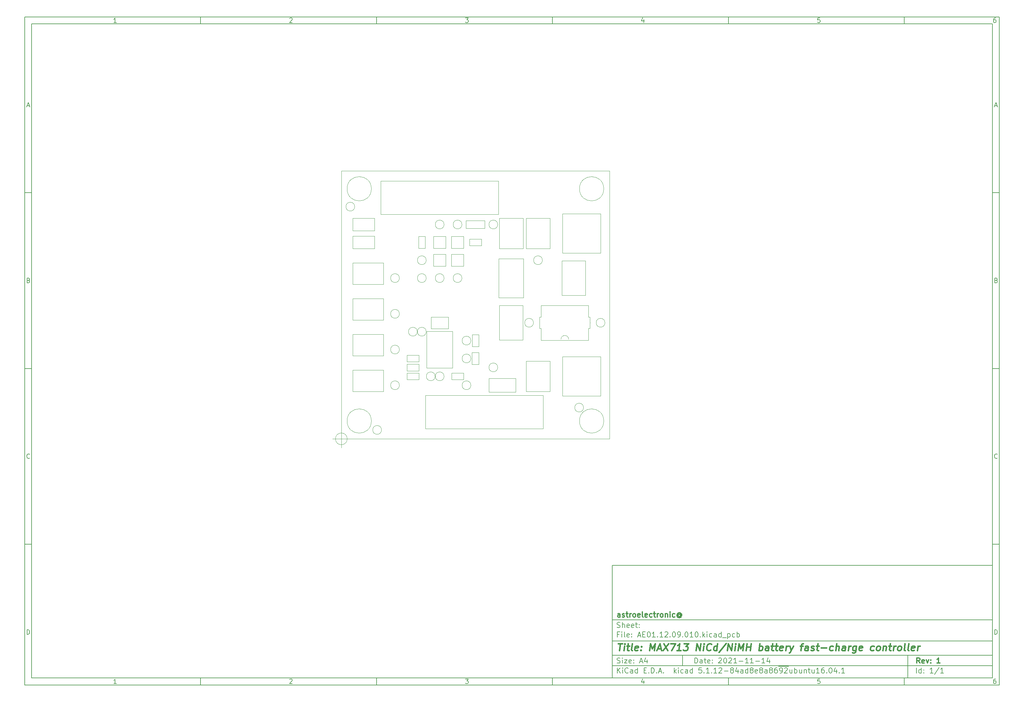
<source format=gbr>
%TF.GenerationSoftware,KiCad,Pcbnew,5.1.12-84ad8e8a86~92~ubuntu16.04.1*%
%TF.CreationDate,2021-11-14T14:14:53+01:00*%
%TF.ProjectId,AE01.12.09.010,41453031-2e31-4322-9e30-392e3031302e,1*%
%TF.SameCoordinates,Original*%
%TF.FileFunction,Other,User*%
%FSLAX46Y46*%
G04 Gerber Fmt 4.6, Leading zero omitted, Abs format (unit mm)*
G04 Created by KiCad (PCBNEW 5.1.12-84ad8e8a86~92~ubuntu16.04.1) date 2021-11-14 14:14:53*
%MOMM*%
%LPD*%
G01*
G04 APERTURE LIST*
%ADD10C,0.100000*%
%ADD11C,0.150000*%
%ADD12C,0.300000*%
%ADD13C,0.400000*%
%TA.AperFunction,Profile*%
%ADD14C,0.050000*%
%TD*%
%ADD15C,0.050000*%
G04 APERTURE END LIST*
D10*
D11*
X177002200Y-166007200D02*
X177002200Y-198007200D01*
X285002200Y-198007200D01*
X285002200Y-166007200D01*
X177002200Y-166007200D01*
D10*
D11*
X10000000Y-10000000D02*
X10000000Y-200007200D01*
X287002200Y-200007200D01*
X287002200Y-10000000D01*
X10000000Y-10000000D01*
D10*
D11*
X12000000Y-12000000D02*
X12000000Y-198007200D01*
X285002200Y-198007200D01*
X285002200Y-12000000D01*
X12000000Y-12000000D01*
D10*
D11*
X60000000Y-12000000D02*
X60000000Y-10000000D01*
D10*
D11*
X110000000Y-12000000D02*
X110000000Y-10000000D01*
D10*
D11*
X160000000Y-12000000D02*
X160000000Y-10000000D01*
D10*
D11*
X210000000Y-12000000D02*
X210000000Y-10000000D01*
D10*
D11*
X260000000Y-12000000D02*
X260000000Y-10000000D01*
D10*
D11*
X36065476Y-11588095D02*
X35322619Y-11588095D01*
X35694047Y-11588095D02*
X35694047Y-10288095D01*
X35570238Y-10473809D01*
X35446428Y-10597619D01*
X35322619Y-10659523D01*
D10*
D11*
X85322619Y-10411904D02*
X85384523Y-10350000D01*
X85508333Y-10288095D01*
X85817857Y-10288095D01*
X85941666Y-10350000D01*
X86003571Y-10411904D01*
X86065476Y-10535714D01*
X86065476Y-10659523D01*
X86003571Y-10845238D01*
X85260714Y-11588095D01*
X86065476Y-11588095D01*
D10*
D11*
X135260714Y-10288095D02*
X136065476Y-10288095D01*
X135632142Y-10783333D01*
X135817857Y-10783333D01*
X135941666Y-10845238D01*
X136003571Y-10907142D01*
X136065476Y-11030952D01*
X136065476Y-11340476D01*
X136003571Y-11464285D01*
X135941666Y-11526190D01*
X135817857Y-11588095D01*
X135446428Y-11588095D01*
X135322619Y-11526190D01*
X135260714Y-11464285D01*
D10*
D11*
X185941666Y-10721428D02*
X185941666Y-11588095D01*
X185632142Y-10226190D02*
X185322619Y-11154761D01*
X186127380Y-11154761D01*
D10*
D11*
X236003571Y-10288095D02*
X235384523Y-10288095D01*
X235322619Y-10907142D01*
X235384523Y-10845238D01*
X235508333Y-10783333D01*
X235817857Y-10783333D01*
X235941666Y-10845238D01*
X236003571Y-10907142D01*
X236065476Y-11030952D01*
X236065476Y-11340476D01*
X236003571Y-11464285D01*
X235941666Y-11526190D01*
X235817857Y-11588095D01*
X235508333Y-11588095D01*
X235384523Y-11526190D01*
X235322619Y-11464285D01*
D10*
D11*
X285941666Y-10288095D02*
X285694047Y-10288095D01*
X285570238Y-10350000D01*
X285508333Y-10411904D01*
X285384523Y-10597619D01*
X285322619Y-10845238D01*
X285322619Y-11340476D01*
X285384523Y-11464285D01*
X285446428Y-11526190D01*
X285570238Y-11588095D01*
X285817857Y-11588095D01*
X285941666Y-11526190D01*
X286003571Y-11464285D01*
X286065476Y-11340476D01*
X286065476Y-11030952D01*
X286003571Y-10907142D01*
X285941666Y-10845238D01*
X285817857Y-10783333D01*
X285570238Y-10783333D01*
X285446428Y-10845238D01*
X285384523Y-10907142D01*
X285322619Y-11030952D01*
D10*
D11*
X60000000Y-198007200D02*
X60000000Y-200007200D01*
D10*
D11*
X110000000Y-198007200D02*
X110000000Y-200007200D01*
D10*
D11*
X160000000Y-198007200D02*
X160000000Y-200007200D01*
D10*
D11*
X210000000Y-198007200D02*
X210000000Y-200007200D01*
D10*
D11*
X260000000Y-198007200D02*
X260000000Y-200007200D01*
D10*
D11*
X36065476Y-199595295D02*
X35322619Y-199595295D01*
X35694047Y-199595295D02*
X35694047Y-198295295D01*
X35570238Y-198481009D01*
X35446428Y-198604819D01*
X35322619Y-198666723D01*
D10*
D11*
X85322619Y-198419104D02*
X85384523Y-198357200D01*
X85508333Y-198295295D01*
X85817857Y-198295295D01*
X85941666Y-198357200D01*
X86003571Y-198419104D01*
X86065476Y-198542914D01*
X86065476Y-198666723D01*
X86003571Y-198852438D01*
X85260714Y-199595295D01*
X86065476Y-199595295D01*
D10*
D11*
X135260714Y-198295295D02*
X136065476Y-198295295D01*
X135632142Y-198790533D01*
X135817857Y-198790533D01*
X135941666Y-198852438D01*
X136003571Y-198914342D01*
X136065476Y-199038152D01*
X136065476Y-199347676D01*
X136003571Y-199471485D01*
X135941666Y-199533390D01*
X135817857Y-199595295D01*
X135446428Y-199595295D01*
X135322619Y-199533390D01*
X135260714Y-199471485D01*
D10*
D11*
X185941666Y-198728628D02*
X185941666Y-199595295D01*
X185632142Y-198233390D02*
X185322619Y-199161961D01*
X186127380Y-199161961D01*
D10*
D11*
X236003571Y-198295295D02*
X235384523Y-198295295D01*
X235322619Y-198914342D01*
X235384523Y-198852438D01*
X235508333Y-198790533D01*
X235817857Y-198790533D01*
X235941666Y-198852438D01*
X236003571Y-198914342D01*
X236065476Y-199038152D01*
X236065476Y-199347676D01*
X236003571Y-199471485D01*
X235941666Y-199533390D01*
X235817857Y-199595295D01*
X235508333Y-199595295D01*
X235384523Y-199533390D01*
X235322619Y-199471485D01*
D10*
D11*
X285941666Y-198295295D02*
X285694047Y-198295295D01*
X285570238Y-198357200D01*
X285508333Y-198419104D01*
X285384523Y-198604819D01*
X285322619Y-198852438D01*
X285322619Y-199347676D01*
X285384523Y-199471485D01*
X285446428Y-199533390D01*
X285570238Y-199595295D01*
X285817857Y-199595295D01*
X285941666Y-199533390D01*
X286003571Y-199471485D01*
X286065476Y-199347676D01*
X286065476Y-199038152D01*
X286003571Y-198914342D01*
X285941666Y-198852438D01*
X285817857Y-198790533D01*
X285570238Y-198790533D01*
X285446428Y-198852438D01*
X285384523Y-198914342D01*
X285322619Y-199038152D01*
D10*
D11*
X10000000Y-60000000D02*
X12000000Y-60000000D01*
D10*
D11*
X10000000Y-110000000D02*
X12000000Y-110000000D01*
D10*
D11*
X10000000Y-160000000D02*
X12000000Y-160000000D01*
D10*
D11*
X10690476Y-35216666D02*
X11309523Y-35216666D01*
X10566666Y-35588095D02*
X11000000Y-34288095D01*
X11433333Y-35588095D01*
D10*
D11*
X11092857Y-84907142D02*
X11278571Y-84969047D01*
X11340476Y-85030952D01*
X11402380Y-85154761D01*
X11402380Y-85340476D01*
X11340476Y-85464285D01*
X11278571Y-85526190D01*
X11154761Y-85588095D01*
X10659523Y-85588095D01*
X10659523Y-84288095D01*
X11092857Y-84288095D01*
X11216666Y-84350000D01*
X11278571Y-84411904D01*
X11340476Y-84535714D01*
X11340476Y-84659523D01*
X11278571Y-84783333D01*
X11216666Y-84845238D01*
X11092857Y-84907142D01*
X10659523Y-84907142D01*
D10*
D11*
X11402380Y-135464285D02*
X11340476Y-135526190D01*
X11154761Y-135588095D01*
X11030952Y-135588095D01*
X10845238Y-135526190D01*
X10721428Y-135402380D01*
X10659523Y-135278571D01*
X10597619Y-135030952D01*
X10597619Y-134845238D01*
X10659523Y-134597619D01*
X10721428Y-134473809D01*
X10845238Y-134350000D01*
X11030952Y-134288095D01*
X11154761Y-134288095D01*
X11340476Y-134350000D01*
X11402380Y-134411904D01*
D10*
D11*
X10659523Y-185588095D02*
X10659523Y-184288095D01*
X10969047Y-184288095D01*
X11154761Y-184350000D01*
X11278571Y-184473809D01*
X11340476Y-184597619D01*
X11402380Y-184845238D01*
X11402380Y-185030952D01*
X11340476Y-185278571D01*
X11278571Y-185402380D01*
X11154761Y-185526190D01*
X10969047Y-185588095D01*
X10659523Y-185588095D01*
D10*
D11*
X287002200Y-60000000D02*
X285002200Y-60000000D01*
D10*
D11*
X287002200Y-110000000D02*
X285002200Y-110000000D01*
D10*
D11*
X287002200Y-160000000D02*
X285002200Y-160000000D01*
D10*
D11*
X285692676Y-35216666D02*
X286311723Y-35216666D01*
X285568866Y-35588095D02*
X286002200Y-34288095D01*
X286435533Y-35588095D01*
D10*
D11*
X286095057Y-84907142D02*
X286280771Y-84969047D01*
X286342676Y-85030952D01*
X286404580Y-85154761D01*
X286404580Y-85340476D01*
X286342676Y-85464285D01*
X286280771Y-85526190D01*
X286156961Y-85588095D01*
X285661723Y-85588095D01*
X285661723Y-84288095D01*
X286095057Y-84288095D01*
X286218866Y-84350000D01*
X286280771Y-84411904D01*
X286342676Y-84535714D01*
X286342676Y-84659523D01*
X286280771Y-84783333D01*
X286218866Y-84845238D01*
X286095057Y-84907142D01*
X285661723Y-84907142D01*
D10*
D11*
X286404580Y-135464285D02*
X286342676Y-135526190D01*
X286156961Y-135588095D01*
X286033152Y-135588095D01*
X285847438Y-135526190D01*
X285723628Y-135402380D01*
X285661723Y-135278571D01*
X285599819Y-135030952D01*
X285599819Y-134845238D01*
X285661723Y-134597619D01*
X285723628Y-134473809D01*
X285847438Y-134350000D01*
X286033152Y-134288095D01*
X286156961Y-134288095D01*
X286342676Y-134350000D01*
X286404580Y-134411904D01*
D10*
D11*
X285661723Y-185588095D02*
X285661723Y-184288095D01*
X285971247Y-184288095D01*
X286156961Y-184350000D01*
X286280771Y-184473809D01*
X286342676Y-184597619D01*
X286404580Y-184845238D01*
X286404580Y-185030952D01*
X286342676Y-185278571D01*
X286280771Y-185402380D01*
X286156961Y-185526190D01*
X285971247Y-185588095D01*
X285661723Y-185588095D01*
D10*
D11*
X200434342Y-193785771D02*
X200434342Y-192285771D01*
X200791485Y-192285771D01*
X201005771Y-192357200D01*
X201148628Y-192500057D01*
X201220057Y-192642914D01*
X201291485Y-192928628D01*
X201291485Y-193142914D01*
X201220057Y-193428628D01*
X201148628Y-193571485D01*
X201005771Y-193714342D01*
X200791485Y-193785771D01*
X200434342Y-193785771D01*
X202577200Y-193785771D02*
X202577200Y-193000057D01*
X202505771Y-192857200D01*
X202362914Y-192785771D01*
X202077200Y-192785771D01*
X201934342Y-192857200D01*
X202577200Y-193714342D02*
X202434342Y-193785771D01*
X202077200Y-193785771D01*
X201934342Y-193714342D01*
X201862914Y-193571485D01*
X201862914Y-193428628D01*
X201934342Y-193285771D01*
X202077200Y-193214342D01*
X202434342Y-193214342D01*
X202577200Y-193142914D01*
X203077200Y-192785771D02*
X203648628Y-192785771D01*
X203291485Y-192285771D02*
X203291485Y-193571485D01*
X203362914Y-193714342D01*
X203505771Y-193785771D01*
X203648628Y-193785771D01*
X204720057Y-193714342D02*
X204577200Y-193785771D01*
X204291485Y-193785771D01*
X204148628Y-193714342D01*
X204077200Y-193571485D01*
X204077200Y-193000057D01*
X204148628Y-192857200D01*
X204291485Y-192785771D01*
X204577200Y-192785771D01*
X204720057Y-192857200D01*
X204791485Y-193000057D01*
X204791485Y-193142914D01*
X204077200Y-193285771D01*
X205434342Y-193642914D02*
X205505771Y-193714342D01*
X205434342Y-193785771D01*
X205362914Y-193714342D01*
X205434342Y-193642914D01*
X205434342Y-193785771D01*
X205434342Y-192857200D02*
X205505771Y-192928628D01*
X205434342Y-193000057D01*
X205362914Y-192928628D01*
X205434342Y-192857200D01*
X205434342Y-193000057D01*
X207220057Y-192428628D02*
X207291485Y-192357200D01*
X207434342Y-192285771D01*
X207791485Y-192285771D01*
X207934342Y-192357200D01*
X208005771Y-192428628D01*
X208077200Y-192571485D01*
X208077200Y-192714342D01*
X208005771Y-192928628D01*
X207148628Y-193785771D01*
X208077200Y-193785771D01*
X209005771Y-192285771D02*
X209148628Y-192285771D01*
X209291485Y-192357200D01*
X209362914Y-192428628D01*
X209434342Y-192571485D01*
X209505771Y-192857200D01*
X209505771Y-193214342D01*
X209434342Y-193500057D01*
X209362914Y-193642914D01*
X209291485Y-193714342D01*
X209148628Y-193785771D01*
X209005771Y-193785771D01*
X208862914Y-193714342D01*
X208791485Y-193642914D01*
X208720057Y-193500057D01*
X208648628Y-193214342D01*
X208648628Y-192857200D01*
X208720057Y-192571485D01*
X208791485Y-192428628D01*
X208862914Y-192357200D01*
X209005771Y-192285771D01*
X210077200Y-192428628D02*
X210148628Y-192357200D01*
X210291485Y-192285771D01*
X210648628Y-192285771D01*
X210791485Y-192357200D01*
X210862914Y-192428628D01*
X210934342Y-192571485D01*
X210934342Y-192714342D01*
X210862914Y-192928628D01*
X210005771Y-193785771D01*
X210934342Y-193785771D01*
X212362914Y-193785771D02*
X211505771Y-193785771D01*
X211934342Y-193785771D02*
X211934342Y-192285771D01*
X211791485Y-192500057D01*
X211648628Y-192642914D01*
X211505771Y-192714342D01*
X213005771Y-193214342D02*
X214148628Y-193214342D01*
X215648628Y-193785771D02*
X214791485Y-193785771D01*
X215220057Y-193785771D02*
X215220057Y-192285771D01*
X215077200Y-192500057D01*
X214934342Y-192642914D01*
X214791485Y-192714342D01*
X217077200Y-193785771D02*
X216220057Y-193785771D01*
X216648628Y-193785771D02*
X216648628Y-192285771D01*
X216505771Y-192500057D01*
X216362914Y-192642914D01*
X216220057Y-192714342D01*
X217720057Y-193214342D02*
X218862914Y-193214342D01*
X220362914Y-193785771D02*
X219505771Y-193785771D01*
X219934342Y-193785771D02*
X219934342Y-192285771D01*
X219791485Y-192500057D01*
X219648628Y-192642914D01*
X219505771Y-192714342D01*
X221648628Y-192785771D02*
X221648628Y-193785771D01*
X221291485Y-192214342D02*
X220934342Y-193285771D01*
X221862914Y-193285771D01*
D10*
D11*
X177002200Y-194507200D02*
X285002200Y-194507200D01*
D10*
D11*
X178434342Y-196585771D02*
X178434342Y-195085771D01*
X179291485Y-196585771D02*
X178648628Y-195728628D01*
X179291485Y-195085771D02*
X178434342Y-195942914D01*
X179934342Y-196585771D02*
X179934342Y-195585771D01*
X179934342Y-195085771D02*
X179862914Y-195157200D01*
X179934342Y-195228628D01*
X180005771Y-195157200D01*
X179934342Y-195085771D01*
X179934342Y-195228628D01*
X181505771Y-196442914D02*
X181434342Y-196514342D01*
X181220057Y-196585771D01*
X181077200Y-196585771D01*
X180862914Y-196514342D01*
X180720057Y-196371485D01*
X180648628Y-196228628D01*
X180577200Y-195942914D01*
X180577200Y-195728628D01*
X180648628Y-195442914D01*
X180720057Y-195300057D01*
X180862914Y-195157200D01*
X181077200Y-195085771D01*
X181220057Y-195085771D01*
X181434342Y-195157200D01*
X181505771Y-195228628D01*
X182791485Y-196585771D02*
X182791485Y-195800057D01*
X182720057Y-195657200D01*
X182577200Y-195585771D01*
X182291485Y-195585771D01*
X182148628Y-195657200D01*
X182791485Y-196514342D02*
X182648628Y-196585771D01*
X182291485Y-196585771D01*
X182148628Y-196514342D01*
X182077200Y-196371485D01*
X182077200Y-196228628D01*
X182148628Y-196085771D01*
X182291485Y-196014342D01*
X182648628Y-196014342D01*
X182791485Y-195942914D01*
X184148628Y-196585771D02*
X184148628Y-195085771D01*
X184148628Y-196514342D02*
X184005771Y-196585771D01*
X183720057Y-196585771D01*
X183577200Y-196514342D01*
X183505771Y-196442914D01*
X183434342Y-196300057D01*
X183434342Y-195871485D01*
X183505771Y-195728628D01*
X183577200Y-195657200D01*
X183720057Y-195585771D01*
X184005771Y-195585771D01*
X184148628Y-195657200D01*
X186005771Y-195800057D02*
X186505771Y-195800057D01*
X186720057Y-196585771D02*
X186005771Y-196585771D01*
X186005771Y-195085771D01*
X186720057Y-195085771D01*
X187362914Y-196442914D02*
X187434342Y-196514342D01*
X187362914Y-196585771D01*
X187291485Y-196514342D01*
X187362914Y-196442914D01*
X187362914Y-196585771D01*
X188077200Y-196585771D02*
X188077200Y-195085771D01*
X188434342Y-195085771D01*
X188648628Y-195157200D01*
X188791485Y-195300057D01*
X188862914Y-195442914D01*
X188934342Y-195728628D01*
X188934342Y-195942914D01*
X188862914Y-196228628D01*
X188791485Y-196371485D01*
X188648628Y-196514342D01*
X188434342Y-196585771D01*
X188077200Y-196585771D01*
X189577200Y-196442914D02*
X189648628Y-196514342D01*
X189577200Y-196585771D01*
X189505771Y-196514342D01*
X189577200Y-196442914D01*
X189577200Y-196585771D01*
X190220057Y-196157200D02*
X190934342Y-196157200D01*
X190077200Y-196585771D02*
X190577200Y-195085771D01*
X191077200Y-196585771D01*
X191577200Y-196442914D02*
X191648628Y-196514342D01*
X191577200Y-196585771D01*
X191505771Y-196514342D01*
X191577200Y-196442914D01*
X191577200Y-196585771D01*
X194577200Y-196585771D02*
X194577200Y-195085771D01*
X194720057Y-196014342D02*
X195148628Y-196585771D01*
X195148628Y-195585771D02*
X194577200Y-196157200D01*
X195791485Y-196585771D02*
X195791485Y-195585771D01*
X195791485Y-195085771D02*
X195720057Y-195157200D01*
X195791485Y-195228628D01*
X195862914Y-195157200D01*
X195791485Y-195085771D01*
X195791485Y-195228628D01*
X197148628Y-196514342D02*
X197005771Y-196585771D01*
X196720057Y-196585771D01*
X196577200Y-196514342D01*
X196505771Y-196442914D01*
X196434342Y-196300057D01*
X196434342Y-195871485D01*
X196505771Y-195728628D01*
X196577200Y-195657200D01*
X196720057Y-195585771D01*
X197005771Y-195585771D01*
X197148628Y-195657200D01*
X198434342Y-196585771D02*
X198434342Y-195800057D01*
X198362914Y-195657200D01*
X198220057Y-195585771D01*
X197934342Y-195585771D01*
X197791485Y-195657200D01*
X198434342Y-196514342D02*
X198291485Y-196585771D01*
X197934342Y-196585771D01*
X197791485Y-196514342D01*
X197720057Y-196371485D01*
X197720057Y-196228628D01*
X197791485Y-196085771D01*
X197934342Y-196014342D01*
X198291485Y-196014342D01*
X198434342Y-195942914D01*
X199791485Y-196585771D02*
X199791485Y-195085771D01*
X199791485Y-196514342D02*
X199648628Y-196585771D01*
X199362914Y-196585771D01*
X199220057Y-196514342D01*
X199148628Y-196442914D01*
X199077200Y-196300057D01*
X199077200Y-195871485D01*
X199148628Y-195728628D01*
X199220057Y-195657200D01*
X199362914Y-195585771D01*
X199648628Y-195585771D01*
X199791485Y-195657200D01*
X202362914Y-195085771D02*
X201648628Y-195085771D01*
X201577200Y-195800057D01*
X201648628Y-195728628D01*
X201791485Y-195657200D01*
X202148628Y-195657200D01*
X202291485Y-195728628D01*
X202362914Y-195800057D01*
X202434342Y-195942914D01*
X202434342Y-196300057D01*
X202362914Y-196442914D01*
X202291485Y-196514342D01*
X202148628Y-196585771D01*
X201791485Y-196585771D01*
X201648628Y-196514342D01*
X201577200Y-196442914D01*
X203077200Y-196442914D02*
X203148628Y-196514342D01*
X203077200Y-196585771D01*
X203005771Y-196514342D01*
X203077200Y-196442914D01*
X203077200Y-196585771D01*
X204577200Y-196585771D02*
X203720057Y-196585771D01*
X204148628Y-196585771D02*
X204148628Y-195085771D01*
X204005771Y-195300057D01*
X203862914Y-195442914D01*
X203720057Y-195514342D01*
X205220057Y-196442914D02*
X205291485Y-196514342D01*
X205220057Y-196585771D01*
X205148628Y-196514342D01*
X205220057Y-196442914D01*
X205220057Y-196585771D01*
X206720057Y-196585771D02*
X205862914Y-196585771D01*
X206291485Y-196585771D02*
X206291485Y-195085771D01*
X206148628Y-195300057D01*
X206005771Y-195442914D01*
X205862914Y-195514342D01*
X207291485Y-195228628D02*
X207362914Y-195157200D01*
X207505771Y-195085771D01*
X207862914Y-195085771D01*
X208005771Y-195157200D01*
X208077200Y-195228628D01*
X208148628Y-195371485D01*
X208148628Y-195514342D01*
X208077200Y-195728628D01*
X207220057Y-196585771D01*
X208148628Y-196585771D01*
X208791485Y-196014342D02*
X209934342Y-196014342D01*
X210862914Y-195728628D02*
X210720057Y-195657200D01*
X210648628Y-195585771D01*
X210577200Y-195442914D01*
X210577200Y-195371485D01*
X210648628Y-195228628D01*
X210720057Y-195157200D01*
X210862914Y-195085771D01*
X211148628Y-195085771D01*
X211291485Y-195157200D01*
X211362914Y-195228628D01*
X211434342Y-195371485D01*
X211434342Y-195442914D01*
X211362914Y-195585771D01*
X211291485Y-195657200D01*
X211148628Y-195728628D01*
X210862914Y-195728628D01*
X210720057Y-195800057D01*
X210648628Y-195871485D01*
X210577200Y-196014342D01*
X210577200Y-196300057D01*
X210648628Y-196442914D01*
X210720057Y-196514342D01*
X210862914Y-196585771D01*
X211148628Y-196585771D01*
X211291485Y-196514342D01*
X211362914Y-196442914D01*
X211434342Y-196300057D01*
X211434342Y-196014342D01*
X211362914Y-195871485D01*
X211291485Y-195800057D01*
X211148628Y-195728628D01*
X212720057Y-195585771D02*
X212720057Y-196585771D01*
X212362914Y-195014342D02*
X212005771Y-196085771D01*
X212934342Y-196085771D01*
X214148628Y-196585771D02*
X214148628Y-195800057D01*
X214077200Y-195657200D01*
X213934342Y-195585771D01*
X213648628Y-195585771D01*
X213505771Y-195657200D01*
X214148628Y-196514342D02*
X214005771Y-196585771D01*
X213648628Y-196585771D01*
X213505771Y-196514342D01*
X213434342Y-196371485D01*
X213434342Y-196228628D01*
X213505771Y-196085771D01*
X213648628Y-196014342D01*
X214005771Y-196014342D01*
X214148628Y-195942914D01*
X215505771Y-196585771D02*
X215505771Y-195085771D01*
X215505771Y-196514342D02*
X215362914Y-196585771D01*
X215077200Y-196585771D01*
X214934342Y-196514342D01*
X214862914Y-196442914D01*
X214791485Y-196300057D01*
X214791485Y-195871485D01*
X214862914Y-195728628D01*
X214934342Y-195657200D01*
X215077200Y-195585771D01*
X215362914Y-195585771D01*
X215505771Y-195657200D01*
X216434342Y-195728628D02*
X216291485Y-195657200D01*
X216220057Y-195585771D01*
X216148628Y-195442914D01*
X216148628Y-195371485D01*
X216220057Y-195228628D01*
X216291485Y-195157200D01*
X216434342Y-195085771D01*
X216720057Y-195085771D01*
X216862914Y-195157200D01*
X216934342Y-195228628D01*
X217005771Y-195371485D01*
X217005771Y-195442914D01*
X216934342Y-195585771D01*
X216862914Y-195657200D01*
X216720057Y-195728628D01*
X216434342Y-195728628D01*
X216291485Y-195800057D01*
X216220057Y-195871485D01*
X216148628Y-196014342D01*
X216148628Y-196300057D01*
X216220057Y-196442914D01*
X216291485Y-196514342D01*
X216434342Y-196585771D01*
X216720057Y-196585771D01*
X216862914Y-196514342D01*
X216934342Y-196442914D01*
X217005771Y-196300057D01*
X217005771Y-196014342D01*
X216934342Y-195871485D01*
X216862914Y-195800057D01*
X216720057Y-195728628D01*
X218220057Y-196514342D02*
X218077200Y-196585771D01*
X217791485Y-196585771D01*
X217648628Y-196514342D01*
X217577200Y-196371485D01*
X217577200Y-195800057D01*
X217648628Y-195657200D01*
X217791485Y-195585771D01*
X218077200Y-195585771D01*
X218220057Y-195657200D01*
X218291485Y-195800057D01*
X218291485Y-195942914D01*
X217577200Y-196085771D01*
X219148628Y-195728628D02*
X219005771Y-195657200D01*
X218934342Y-195585771D01*
X218862914Y-195442914D01*
X218862914Y-195371485D01*
X218934342Y-195228628D01*
X219005771Y-195157200D01*
X219148628Y-195085771D01*
X219434342Y-195085771D01*
X219577200Y-195157200D01*
X219648628Y-195228628D01*
X219720057Y-195371485D01*
X219720057Y-195442914D01*
X219648628Y-195585771D01*
X219577200Y-195657200D01*
X219434342Y-195728628D01*
X219148628Y-195728628D01*
X219005771Y-195800057D01*
X218934342Y-195871485D01*
X218862914Y-196014342D01*
X218862914Y-196300057D01*
X218934342Y-196442914D01*
X219005771Y-196514342D01*
X219148628Y-196585771D01*
X219434342Y-196585771D01*
X219577200Y-196514342D01*
X219648628Y-196442914D01*
X219720057Y-196300057D01*
X219720057Y-196014342D01*
X219648628Y-195871485D01*
X219577200Y-195800057D01*
X219434342Y-195728628D01*
X221005771Y-196585771D02*
X221005771Y-195800057D01*
X220934342Y-195657200D01*
X220791485Y-195585771D01*
X220505771Y-195585771D01*
X220362914Y-195657200D01*
X221005771Y-196514342D02*
X220862914Y-196585771D01*
X220505771Y-196585771D01*
X220362914Y-196514342D01*
X220291485Y-196371485D01*
X220291485Y-196228628D01*
X220362914Y-196085771D01*
X220505771Y-196014342D01*
X220862914Y-196014342D01*
X221005771Y-195942914D01*
X221934342Y-195728628D02*
X221791485Y-195657200D01*
X221720057Y-195585771D01*
X221648628Y-195442914D01*
X221648628Y-195371485D01*
X221720057Y-195228628D01*
X221791485Y-195157200D01*
X221934342Y-195085771D01*
X222220057Y-195085771D01*
X222362914Y-195157200D01*
X222434342Y-195228628D01*
X222505771Y-195371485D01*
X222505771Y-195442914D01*
X222434342Y-195585771D01*
X222362914Y-195657200D01*
X222220057Y-195728628D01*
X221934342Y-195728628D01*
X221791485Y-195800057D01*
X221720057Y-195871485D01*
X221648628Y-196014342D01*
X221648628Y-196300057D01*
X221720057Y-196442914D01*
X221791485Y-196514342D01*
X221934342Y-196585771D01*
X222220057Y-196585771D01*
X222362914Y-196514342D01*
X222434342Y-196442914D01*
X222505771Y-196300057D01*
X222505771Y-196014342D01*
X222434342Y-195871485D01*
X222362914Y-195800057D01*
X222220057Y-195728628D01*
X223791485Y-195085771D02*
X223505771Y-195085771D01*
X223362914Y-195157200D01*
X223291485Y-195228628D01*
X223148628Y-195442914D01*
X223077200Y-195728628D01*
X223077200Y-196300057D01*
X223148628Y-196442914D01*
X223220057Y-196514342D01*
X223362914Y-196585771D01*
X223648628Y-196585771D01*
X223791485Y-196514342D01*
X223862914Y-196442914D01*
X223934342Y-196300057D01*
X223934342Y-195942914D01*
X223862914Y-195800057D01*
X223791485Y-195728628D01*
X223648628Y-195657200D01*
X223362914Y-195657200D01*
X223220057Y-195728628D01*
X223148628Y-195800057D01*
X223077200Y-195942914D01*
X224220057Y-194677200D02*
X225648628Y-194677200D01*
X224648628Y-196585771D02*
X224934342Y-196585771D01*
X225077200Y-196514342D01*
X225148628Y-196442914D01*
X225291485Y-196228628D01*
X225362914Y-195942914D01*
X225362914Y-195371485D01*
X225291485Y-195228628D01*
X225220057Y-195157200D01*
X225077200Y-195085771D01*
X224791485Y-195085771D01*
X224648628Y-195157200D01*
X224577200Y-195228628D01*
X224505771Y-195371485D01*
X224505771Y-195728628D01*
X224577200Y-195871485D01*
X224648628Y-195942914D01*
X224791485Y-196014342D01*
X225077200Y-196014342D01*
X225220057Y-195942914D01*
X225291485Y-195871485D01*
X225362914Y-195728628D01*
X225648628Y-194677200D02*
X227077199Y-194677200D01*
X225934342Y-195228628D02*
X226005771Y-195157200D01*
X226148628Y-195085771D01*
X226505771Y-195085771D01*
X226648628Y-195157200D01*
X226720057Y-195228628D01*
X226791485Y-195371485D01*
X226791485Y-195514342D01*
X226720057Y-195728628D01*
X225862914Y-196585771D01*
X226791485Y-196585771D01*
X228077199Y-195585771D02*
X228077199Y-196585771D01*
X227434342Y-195585771D02*
X227434342Y-196371485D01*
X227505771Y-196514342D01*
X227648628Y-196585771D01*
X227862914Y-196585771D01*
X228005771Y-196514342D01*
X228077199Y-196442914D01*
X228791485Y-196585771D02*
X228791485Y-195085771D01*
X228791485Y-195657200D02*
X228934342Y-195585771D01*
X229220057Y-195585771D01*
X229362914Y-195657200D01*
X229434342Y-195728628D01*
X229505771Y-195871485D01*
X229505771Y-196300057D01*
X229434342Y-196442914D01*
X229362914Y-196514342D01*
X229220057Y-196585771D01*
X228934342Y-196585771D01*
X228791485Y-196514342D01*
X230791485Y-195585771D02*
X230791485Y-196585771D01*
X230148628Y-195585771D02*
X230148628Y-196371485D01*
X230220057Y-196514342D01*
X230362914Y-196585771D01*
X230577199Y-196585771D01*
X230720057Y-196514342D01*
X230791485Y-196442914D01*
X231505771Y-195585771D02*
X231505771Y-196585771D01*
X231505771Y-195728628D02*
X231577199Y-195657200D01*
X231720057Y-195585771D01*
X231934342Y-195585771D01*
X232077199Y-195657200D01*
X232148628Y-195800057D01*
X232148628Y-196585771D01*
X232648628Y-195585771D02*
X233220057Y-195585771D01*
X232862914Y-195085771D02*
X232862914Y-196371485D01*
X232934342Y-196514342D01*
X233077200Y-196585771D01*
X233220057Y-196585771D01*
X234362914Y-195585771D02*
X234362914Y-196585771D01*
X233720057Y-195585771D02*
X233720057Y-196371485D01*
X233791485Y-196514342D01*
X233934342Y-196585771D01*
X234148628Y-196585771D01*
X234291485Y-196514342D01*
X234362914Y-196442914D01*
X235862914Y-196585771D02*
X235005771Y-196585771D01*
X235434342Y-196585771D02*
X235434342Y-195085771D01*
X235291485Y-195300057D01*
X235148628Y-195442914D01*
X235005771Y-195514342D01*
X237148628Y-195085771D02*
X236862914Y-195085771D01*
X236720057Y-195157200D01*
X236648628Y-195228628D01*
X236505771Y-195442914D01*
X236434342Y-195728628D01*
X236434342Y-196300057D01*
X236505771Y-196442914D01*
X236577199Y-196514342D01*
X236720057Y-196585771D01*
X237005771Y-196585771D01*
X237148628Y-196514342D01*
X237220057Y-196442914D01*
X237291485Y-196300057D01*
X237291485Y-195942914D01*
X237220057Y-195800057D01*
X237148628Y-195728628D01*
X237005771Y-195657200D01*
X236720057Y-195657200D01*
X236577199Y-195728628D01*
X236505771Y-195800057D01*
X236434342Y-195942914D01*
X237934342Y-196442914D02*
X238005771Y-196514342D01*
X237934342Y-196585771D01*
X237862914Y-196514342D01*
X237934342Y-196442914D01*
X237934342Y-196585771D01*
X238934342Y-195085771D02*
X239077199Y-195085771D01*
X239220057Y-195157200D01*
X239291485Y-195228628D01*
X239362914Y-195371485D01*
X239434342Y-195657200D01*
X239434342Y-196014342D01*
X239362914Y-196300057D01*
X239291485Y-196442914D01*
X239220057Y-196514342D01*
X239077199Y-196585771D01*
X238934342Y-196585771D01*
X238791485Y-196514342D01*
X238720057Y-196442914D01*
X238648628Y-196300057D01*
X238577199Y-196014342D01*
X238577199Y-195657200D01*
X238648628Y-195371485D01*
X238720057Y-195228628D01*
X238791485Y-195157200D01*
X238934342Y-195085771D01*
X240720057Y-195585771D02*
X240720057Y-196585771D01*
X240362914Y-195014342D02*
X240005771Y-196085771D01*
X240934342Y-196085771D01*
X241505771Y-196442914D02*
X241577199Y-196514342D01*
X241505771Y-196585771D01*
X241434342Y-196514342D01*
X241505771Y-196442914D01*
X241505771Y-196585771D01*
X243005771Y-196585771D02*
X242148628Y-196585771D01*
X242577199Y-196585771D02*
X242577199Y-195085771D01*
X242434342Y-195300057D01*
X242291485Y-195442914D01*
X242148628Y-195514342D01*
D10*
D11*
X177002200Y-191507200D02*
X285002200Y-191507200D01*
D10*
D12*
X264411485Y-193785771D02*
X263911485Y-193071485D01*
X263554342Y-193785771D02*
X263554342Y-192285771D01*
X264125771Y-192285771D01*
X264268628Y-192357200D01*
X264340057Y-192428628D01*
X264411485Y-192571485D01*
X264411485Y-192785771D01*
X264340057Y-192928628D01*
X264268628Y-193000057D01*
X264125771Y-193071485D01*
X263554342Y-193071485D01*
X265625771Y-193714342D02*
X265482914Y-193785771D01*
X265197200Y-193785771D01*
X265054342Y-193714342D01*
X264982914Y-193571485D01*
X264982914Y-193000057D01*
X265054342Y-192857200D01*
X265197200Y-192785771D01*
X265482914Y-192785771D01*
X265625771Y-192857200D01*
X265697200Y-193000057D01*
X265697200Y-193142914D01*
X264982914Y-193285771D01*
X266197200Y-192785771D02*
X266554342Y-193785771D01*
X266911485Y-192785771D01*
X267482914Y-193642914D02*
X267554342Y-193714342D01*
X267482914Y-193785771D01*
X267411485Y-193714342D01*
X267482914Y-193642914D01*
X267482914Y-193785771D01*
X267482914Y-192857200D02*
X267554342Y-192928628D01*
X267482914Y-193000057D01*
X267411485Y-192928628D01*
X267482914Y-192857200D01*
X267482914Y-193000057D01*
X270125771Y-193785771D02*
X269268628Y-193785771D01*
X269697200Y-193785771D02*
X269697200Y-192285771D01*
X269554342Y-192500057D01*
X269411485Y-192642914D01*
X269268628Y-192714342D01*
D10*
D11*
X178362914Y-193714342D02*
X178577200Y-193785771D01*
X178934342Y-193785771D01*
X179077200Y-193714342D01*
X179148628Y-193642914D01*
X179220057Y-193500057D01*
X179220057Y-193357200D01*
X179148628Y-193214342D01*
X179077200Y-193142914D01*
X178934342Y-193071485D01*
X178648628Y-193000057D01*
X178505771Y-192928628D01*
X178434342Y-192857200D01*
X178362914Y-192714342D01*
X178362914Y-192571485D01*
X178434342Y-192428628D01*
X178505771Y-192357200D01*
X178648628Y-192285771D01*
X179005771Y-192285771D01*
X179220057Y-192357200D01*
X179862914Y-193785771D02*
X179862914Y-192785771D01*
X179862914Y-192285771D02*
X179791485Y-192357200D01*
X179862914Y-192428628D01*
X179934342Y-192357200D01*
X179862914Y-192285771D01*
X179862914Y-192428628D01*
X180434342Y-192785771D02*
X181220057Y-192785771D01*
X180434342Y-193785771D01*
X181220057Y-193785771D01*
X182362914Y-193714342D02*
X182220057Y-193785771D01*
X181934342Y-193785771D01*
X181791485Y-193714342D01*
X181720057Y-193571485D01*
X181720057Y-193000057D01*
X181791485Y-192857200D01*
X181934342Y-192785771D01*
X182220057Y-192785771D01*
X182362914Y-192857200D01*
X182434342Y-193000057D01*
X182434342Y-193142914D01*
X181720057Y-193285771D01*
X183077200Y-193642914D02*
X183148628Y-193714342D01*
X183077200Y-193785771D01*
X183005771Y-193714342D01*
X183077200Y-193642914D01*
X183077200Y-193785771D01*
X183077200Y-192857200D02*
X183148628Y-192928628D01*
X183077200Y-193000057D01*
X183005771Y-192928628D01*
X183077200Y-192857200D01*
X183077200Y-193000057D01*
X184862914Y-193357200D02*
X185577200Y-193357200D01*
X184720057Y-193785771D02*
X185220057Y-192285771D01*
X185720057Y-193785771D01*
X186862914Y-192785771D02*
X186862914Y-193785771D01*
X186505771Y-192214342D02*
X186148628Y-193285771D01*
X187077200Y-193285771D01*
D10*
D11*
X263434342Y-196585771D02*
X263434342Y-195085771D01*
X264791485Y-196585771D02*
X264791485Y-195085771D01*
X264791485Y-196514342D02*
X264648628Y-196585771D01*
X264362914Y-196585771D01*
X264220057Y-196514342D01*
X264148628Y-196442914D01*
X264077200Y-196300057D01*
X264077200Y-195871485D01*
X264148628Y-195728628D01*
X264220057Y-195657200D01*
X264362914Y-195585771D01*
X264648628Y-195585771D01*
X264791485Y-195657200D01*
X265505771Y-196442914D02*
X265577200Y-196514342D01*
X265505771Y-196585771D01*
X265434342Y-196514342D01*
X265505771Y-196442914D01*
X265505771Y-196585771D01*
X265505771Y-195657200D02*
X265577200Y-195728628D01*
X265505771Y-195800057D01*
X265434342Y-195728628D01*
X265505771Y-195657200D01*
X265505771Y-195800057D01*
X268148628Y-196585771D02*
X267291485Y-196585771D01*
X267720057Y-196585771D02*
X267720057Y-195085771D01*
X267577200Y-195300057D01*
X267434342Y-195442914D01*
X267291485Y-195514342D01*
X269862914Y-195014342D02*
X268577200Y-196942914D01*
X271148628Y-196585771D02*
X270291485Y-196585771D01*
X270720057Y-196585771D02*
X270720057Y-195085771D01*
X270577200Y-195300057D01*
X270434342Y-195442914D01*
X270291485Y-195514342D01*
D10*
D11*
X177002200Y-187507200D02*
X285002200Y-187507200D01*
D10*
D13*
X178714580Y-188211961D02*
X179857438Y-188211961D01*
X179036009Y-190211961D02*
X179286009Y-188211961D01*
X180274104Y-190211961D02*
X180440771Y-188878628D01*
X180524104Y-188211961D02*
X180416961Y-188307200D01*
X180500295Y-188402438D01*
X180607438Y-188307200D01*
X180524104Y-188211961D01*
X180500295Y-188402438D01*
X181107438Y-188878628D02*
X181869342Y-188878628D01*
X181476485Y-188211961D02*
X181262200Y-189926247D01*
X181333628Y-190116723D01*
X181512200Y-190211961D01*
X181702676Y-190211961D01*
X182655057Y-190211961D02*
X182476485Y-190116723D01*
X182405057Y-189926247D01*
X182619342Y-188211961D01*
X184190771Y-190116723D02*
X183988390Y-190211961D01*
X183607438Y-190211961D01*
X183428866Y-190116723D01*
X183357438Y-189926247D01*
X183452676Y-189164342D01*
X183571723Y-188973866D01*
X183774104Y-188878628D01*
X184155057Y-188878628D01*
X184333628Y-188973866D01*
X184405057Y-189164342D01*
X184381247Y-189354819D01*
X183405057Y-189545295D01*
X185155057Y-190021485D02*
X185238390Y-190116723D01*
X185131247Y-190211961D01*
X185047914Y-190116723D01*
X185155057Y-190021485D01*
X185131247Y-190211961D01*
X185286009Y-188973866D02*
X185369342Y-189069104D01*
X185262200Y-189164342D01*
X185178866Y-189069104D01*
X185286009Y-188973866D01*
X185262200Y-189164342D01*
X187607438Y-190211961D02*
X187857438Y-188211961D01*
X188345533Y-189640533D01*
X189190771Y-188211961D01*
X188940771Y-190211961D01*
X189869342Y-189640533D02*
X190821723Y-189640533D01*
X189607438Y-190211961D02*
X190524104Y-188211961D01*
X190940771Y-190211961D01*
X191666961Y-188211961D02*
X192750295Y-190211961D01*
X193000295Y-188211961D02*
X191416961Y-190211961D01*
X193571723Y-188211961D02*
X194905057Y-188211961D01*
X193797914Y-190211961D01*
X196464580Y-190211961D02*
X195321723Y-190211961D01*
X195893152Y-190211961D02*
X196143152Y-188211961D01*
X195916961Y-188497676D01*
X195702676Y-188688152D01*
X195500295Y-188783390D01*
X197381247Y-188211961D02*
X198619342Y-188211961D01*
X197857438Y-188973866D01*
X198143152Y-188973866D01*
X198321723Y-189069104D01*
X198405057Y-189164342D01*
X198476485Y-189354819D01*
X198416961Y-189831009D01*
X198297914Y-190021485D01*
X198190771Y-190116723D01*
X197988390Y-190211961D01*
X197416961Y-190211961D01*
X197238390Y-190116723D01*
X197155057Y-190021485D01*
X200750295Y-190211961D02*
X201000295Y-188211961D01*
X201893152Y-190211961D01*
X202143152Y-188211961D01*
X202845533Y-190211961D02*
X203012200Y-188878628D01*
X203095533Y-188211961D02*
X202988390Y-188307200D01*
X203071723Y-188402438D01*
X203178866Y-188307200D01*
X203095533Y-188211961D01*
X203071723Y-188402438D01*
X204964580Y-190021485D02*
X204857438Y-190116723D01*
X204559819Y-190211961D01*
X204369342Y-190211961D01*
X204095533Y-190116723D01*
X203928866Y-189926247D01*
X203857438Y-189735771D01*
X203809819Y-189354819D01*
X203845533Y-189069104D01*
X203988390Y-188688152D01*
X204107438Y-188497676D01*
X204321723Y-188307200D01*
X204619342Y-188211961D01*
X204809819Y-188211961D01*
X205083628Y-188307200D01*
X205166961Y-188402438D01*
X206655057Y-190211961D02*
X206905057Y-188211961D01*
X206666961Y-190116723D02*
X206464580Y-190211961D01*
X206083628Y-190211961D01*
X205905057Y-190116723D01*
X205821723Y-190021485D01*
X205750295Y-189831009D01*
X205821723Y-189259580D01*
X205940771Y-189069104D01*
X206047914Y-188973866D01*
X206250295Y-188878628D01*
X206631247Y-188878628D01*
X206809819Y-188973866D01*
X209297914Y-188116723D02*
X207262200Y-190688152D01*
X209702676Y-190211961D02*
X209952676Y-188211961D01*
X210845533Y-190211961D01*
X211095533Y-188211961D01*
X211797914Y-190211961D02*
X211964580Y-188878628D01*
X212047914Y-188211961D02*
X211940771Y-188307200D01*
X212024104Y-188402438D01*
X212131247Y-188307200D01*
X212047914Y-188211961D01*
X212024104Y-188402438D01*
X212750295Y-190211961D02*
X213000295Y-188211961D01*
X213488390Y-189640533D01*
X214333628Y-188211961D01*
X214083628Y-190211961D01*
X215036009Y-190211961D02*
X215286009Y-188211961D01*
X215166961Y-189164342D02*
X216309819Y-189164342D01*
X216178866Y-190211961D02*
X216428866Y-188211961D01*
X218655057Y-190211961D02*
X218905057Y-188211961D01*
X218809819Y-188973866D02*
X219012200Y-188878628D01*
X219393152Y-188878628D01*
X219571723Y-188973866D01*
X219655057Y-189069104D01*
X219726485Y-189259580D01*
X219655057Y-189831009D01*
X219536009Y-190021485D01*
X219428866Y-190116723D01*
X219226485Y-190211961D01*
X218845533Y-190211961D01*
X218666961Y-190116723D01*
X221321723Y-190211961D02*
X221452676Y-189164342D01*
X221381247Y-188973866D01*
X221202676Y-188878628D01*
X220821723Y-188878628D01*
X220619342Y-188973866D01*
X221333628Y-190116723D02*
X221131247Y-190211961D01*
X220655057Y-190211961D01*
X220476485Y-190116723D01*
X220405057Y-189926247D01*
X220428866Y-189735771D01*
X220547914Y-189545295D01*
X220750295Y-189450057D01*
X221226485Y-189450057D01*
X221428866Y-189354819D01*
X222155057Y-188878628D02*
X222916961Y-188878628D01*
X222524104Y-188211961D02*
X222309819Y-189926247D01*
X222381247Y-190116723D01*
X222559819Y-190211961D01*
X222750295Y-190211961D01*
X223297914Y-188878628D02*
X224059819Y-188878628D01*
X223666961Y-188211961D02*
X223452676Y-189926247D01*
X223524104Y-190116723D01*
X223702676Y-190211961D01*
X223893152Y-190211961D01*
X225333628Y-190116723D02*
X225131247Y-190211961D01*
X224750295Y-190211961D01*
X224571723Y-190116723D01*
X224500295Y-189926247D01*
X224595533Y-189164342D01*
X224714580Y-188973866D01*
X224916961Y-188878628D01*
X225297914Y-188878628D01*
X225476485Y-188973866D01*
X225547914Y-189164342D01*
X225524104Y-189354819D01*
X224547914Y-189545295D01*
X226274104Y-190211961D02*
X226440771Y-188878628D01*
X226393152Y-189259580D02*
X226512200Y-189069104D01*
X226619342Y-188973866D01*
X226821723Y-188878628D01*
X227012199Y-188878628D01*
X227488390Y-188878628D02*
X227797914Y-190211961D01*
X228440771Y-188878628D02*
X227797914Y-190211961D01*
X227547914Y-190688152D01*
X227440771Y-190783390D01*
X227238390Y-190878628D01*
X230440771Y-188878628D02*
X231202676Y-188878628D01*
X230559819Y-190211961D02*
X230774104Y-188497676D01*
X230893152Y-188307200D01*
X231095533Y-188211961D01*
X231286009Y-188211961D01*
X232559819Y-190211961D02*
X232690771Y-189164342D01*
X232619342Y-188973866D01*
X232440771Y-188878628D01*
X232059819Y-188878628D01*
X231857438Y-188973866D01*
X232571723Y-190116723D02*
X232369342Y-190211961D01*
X231893152Y-190211961D01*
X231714580Y-190116723D01*
X231643152Y-189926247D01*
X231666961Y-189735771D01*
X231786009Y-189545295D01*
X231988390Y-189450057D01*
X232464580Y-189450057D01*
X232666961Y-189354819D01*
X233428866Y-190116723D02*
X233607438Y-190211961D01*
X233988390Y-190211961D01*
X234190771Y-190116723D01*
X234309819Y-189926247D01*
X234321723Y-189831009D01*
X234250295Y-189640533D01*
X234071723Y-189545295D01*
X233786009Y-189545295D01*
X233607438Y-189450057D01*
X233536009Y-189259580D01*
X233547914Y-189164342D01*
X233666961Y-188973866D01*
X233869342Y-188878628D01*
X234155057Y-188878628D01*
X234333628Y-188973866D01*
X235012199Y-188878628D02*
X235774104Y-188878628D01*
X235381247Y-188211961D02*
X235166961Y-189926247D01*
X235238390Y-190116723D01*
X235416961Y-190211961D01*
X235607438Y-190211961D01*
X236369342Y-189450057D02*
X237893152Y-189450057D01*
X239619342Y-190116723D02*
X239416961Y-190211961D01*
X239036009Y-190211961D01*
X238857438Y-190116723D01*
X238774104Y-190021485D01*
X238702676Y-189831009D01*
X238774104Y-189259580D01*
X238893152Y-189069104D01*
X239000295Y-188973866D01*
X239202676Y-188878628D01*
X239583628Y-188878628D01*
X239762199Y-188973866D01*
X240464580Y-190211961D02*
X240714580Y-188211961D01*
X241321723Y-190211961D02*
X241452676Y-189164342D01*
X241381247Y-188973866D01*
X241202676Y-188878628D01*
X240916961Y-188878628D01*
X240714580Y-188973866D01*
X240607438Y-189069104D01*
X243131247Y-190211961D02*
X243262199Y-189164342D01*
X243190771Y-188973866D01*
X243012199Y-188878628D01*
X242631247Y-188878628D01*
X242428866Y-188973866D01*
X243143152Y-190116723D02*
X242940771Y-190211961D01*
X242464580Y-190211961D01*
X242286009Y-190116723D01*
X242214580Y-189926247D01*
X242238390Y-189735771D01*
X242357438Y-189545295D01*
X242559819Y-189450057D01*
X243036009Y-189450057D01*
X243238390Y-189354819D01*
X244083628Y-190211961D02*
X244250295Y-188878628D01*
X244202676Y-189259580D02*
X244321723Y-189069104D01*
X244428866Y-188973866D01*
X244631247Y-188878628D01*
X244821723Y-188878628D01*
X246345533Y-188878628D02*
X246143152Y-190497676D01*
X246024104Y-190688152D01*
X245916961Y-190783390D01*
X245714580Y-190878628D01*
X245428866Y-190878628D01*
X245250295Y-190783390D01*
X246190771Y-190116723D02*
X245988390Y-190211961D01*
X245607438Y-190211961D01*
X245428866Y-190116723D01*
X245345533Y-190021485D01*
X245274104Y-189831009D01*
X245345533Y-189259580D01*
X245464580Y-189069104D01*
X245571723Y-188973866D01*
X245774104Y-188878628D01*
X246155057Y-188878628D01*
X246333628Y-188973866D01*
X247905057Y-190116723D02*
X247702676Y-190211961D01*
X247321723Y-190211961D01*
X247143152Y-190116723D01*
X247071723Y-189926247D01*
X247166961Y-189164342D01*
X247286009Y-188973866D01*
X247488390Y-188878628D01*
X247869342Y-188878628D01*
X248047914Y-188973866D01*
X248119342Y-189164342D01*
X248095533Y-189354819D01*
X247119342Y-189545295D01*
X251238390Y-190116723D02*
X251036009Y-190211961D01*
X250655057Y-190211961D01*
X250476485Y-190116723D01*
X250393152Y-190021485D01*
X250321723Y-189831009D01*
X250393152Y-189259580D01*
X250512200Y-189069104D01*
X250619342Y-188973866D01*
X250821723Y-188878628D01*
X251202676Y-188878628D01*
X251381247Y-188973866D01*
X252369342Y-190211961D02*
X252190771Y-190116723D01*
X252107438Y-190021485D01*
X252036009Y-189831009D01*
X252107438Y-189259580D01*
X252226485Y-189069104D01*
X252333628Y-188973866D01*
X252536009Y-188878628D01*
X252821723Y-188878628D01*
X253000295Y-188973866D01*
X253083628Y-189069104D01*
X253155057Y-189259580D01*
X253083628Y-189831009D01*
X252964580Y-190021485D01*
X252857438Y-190116723D01*
X252655057Y-190211961D01*
X252369342Y-190211961D01*
X254059819Y-188878628D02*
X253893152Y-190211961D01*
X254036009Y-189069104D02*
X254143152Y-188973866D01*
X254345533Y-188878628D01*
X254631247Y-188878628D01*
X254809819Y-188973866D01*
X254881247Y-189164342D01*
X254750295Y-190211961D01*
X255583628Y-188878628D02*
X256345533Y-188878628D01*
X255952676Y-188211961D02*
X255738390Y-189926247D01*
X255809819Y-190116723D01*
X255988390Y-190211961D01*
X256178866Y-190211961D01*
X256845533Y-190211961D02*
X257012200Y-188878628D01*
X256964580Y-189259580D02*
X257083628Y-189069104D01*
X257190771Y-188973866D01*
X257393152Y-188878628D01*
X257583628Y-188878628D01*
X258369342Y-190211961D02*
X258190771Y-190116723D01*
X258107438Y-190021485D01*
X258036009Y-189831009D01*
X258107438Y-189259580D01*
X258226485Y-189069104D01*
X258333628Y-188973866D01*
X258536009Y-188878628D01*
X258821723Y-188878628D01*
X259000295Y-188973866D01*
X259083628Y-189069104D01*
X259155057Y-189259580D01*
X259083628Y-189831009D01*
X258964580Y-190021485D01*
X258857438Y-190116723D01*
X258655057Y-190211961D01*
X258369342Y-190211961D01*
X260178866Y-190211961D02*
X260000295Y-190116723D01*
X259928866Y-189926247D01*
X260143152Y-188211961D01*
X261226485Y-190211961D02*
X261047914Y-190116723D01*
X260976485Y-189926247D01*
X261190771Y-188211961D01*
X262762199Y-190116723D02*
X262559819Y-190211961D01*
X262178866Y-190211961D01*
X262000295Y-190116723D01*
X261928866Y-189926247D01*
X262024104Y-189164342D01*
X262143152Y-188973866D01*
X262345533Y-188878628D01*
X262726485Y-188878628D01*
X262905057Y-188973866D01*
X262976485Y-189164342D01*
X262952676Y-189354819D01*
X261976485Y-189545295D01*
X263702676Y-190211961D02*
X263869342Y-188878628D01*
X263821723Y-189259580D02*
X263940771Y-189069104D01*
X264047914Y-188973866D01*
X264250295Y-188878628D01*
X264440771Y-188878628D01*
D10*
D11*
X178934342Y-185600057D02*
X178434342Y-185600057D01*
X178434342Y-186385771D02*
X178434342Y-184885771D01*
X179148628Y-184885771D01*
X179720057Y-186385771D02*
X179720057Y-185385771D01*
X179720057Y-184885771D02*
X179648628Y-184957200D01*
X179720057Y-185028628D01*
X179791485Y-184957200D01*
X179720057Y-184885771D01*
X179720057Y-185028628D01*
X180648628Y-186385771D02*
X180505771Y-186314342D01*
X180434342Y-186171485D01*
X180434342Y-184885771D01*
X181791485Y-186314342D02*
X181648628Y-186385771D01*
X181362914Y-186385771D01*
X181220057Y-186314342D01*
X181148628Y-186171485D01*
X181148628Y-185600057D01*
X181220057Y-185457200D01*
X181362914Y-185385771D01*
X181648628Y-185385771D01*
X181791485Y-185457200D01*
X181862914Y-185600057D01*
X181862914Y-185742914D01*
X181148628Y-185885771D01*
X182505771Y-186242914D02*
X182577200Y-186314342D01*
X182505771Y-186385771D01*
X182434342Y-186314342D01*
X182505771Y-186242914D01*
X182505771Y-186385771D01*
X182505771Y-185457200D02*
X182577200Y-185528628D01*
X182505771Y-185600057D01*
X182434342Y-185528628D01*
X182505771Y-185457200D01*
X182505771Y-185600057D01*
X184291485Y-185957200D02*
X185005771Y-185957200D01*
X184148628Y-186385771D02*
X184648628Y-184885771D01*
X185148628Y-186385771D01*
X185648628Y-185600057D02*
X186148628Y-185600057D01*
X186362914Y-186385771D02*
X185648628Y-186385771D01*
X185648628Y-184885771D01*
X186362914Y-184885771D01*
X187291485Y-184885771D02*
X187434342Y-184885771D01*
X187577200Y-184957200D01*
X187648628Y-185028628D01*
X187720057Y-185171485D01*
X187791485Y-185457200D01*
X187791485Y-185814342D01*
X187720057Y-186100057D01*
X187648628Y-186242914D01*
X187577200Y-186314342D01*
X187434342Y-186385771D01*
X187291485Y-186385771D01*
X187148628Y-186314342D01*
X187077200Y-186242914D01*
X187005771Y-186100057D01*
X186934342Y-185814342D01*
X186934342Y-185457200D01*
X187005771Y-185171485D01*
X187077200Y-185028628D01*
X187148628Y-184957200D01*
X187291485Y-184885771D01*
X189220057Y-186385771D02*
X188362914Y-186385771D01*
X188791485Y-186385771D02*
X188791485Y-184885771D01*
X188648628Y-185100057D01*
X188505771Y-185242914D01*
X188362914Y-185314342D01*
X189862914Y-186242914D02*
X189934342Y-186314342D01*
X189862914Y-186385771D01*
X189791485Y-186314342D01*
X189862914Y-186242914D01*
X189862914Y-186385771D01*
X191362914Y-186385771D02*
X190505771Y-186385771D01*
X190934342Y-186385771D02*
X190934342Y-184885771D01*
X190791485Y-185100057D01*
X190648628Y-185242914D01*
X190505771Y-185314342D01*
X191934342Y-185028628D02*
X192005771Y-184957200D01*
X192148628Y-184885771D01*
X192505771Y-184885771D01*
X192648628Y-184957200D01*
X192720057Y-185028628D01*
X192791485Y-185171485D01*
X192791485Y-185314342D01*
X192720057Y-185528628D01*
X191862914Y-186385771D01*
X192791485Y-186385771D01*
X193434342Y-186242914D02*
X193505771Y-186314342D01*
X193434342Y-186385771D01*
X193362914Y-186314342D01*
X193434342Y-186242914D01*
X193434342Y-186385771D01*
X194434342Y-184885771D02*
X194577200Y-184885771D01*
X194720057Y-184957200D01*
X194791485Y-185028628D01*
X194862914Y-185171485D01*
X194934342Y-185457200D01*
X194934342Y-185814342D01*
X194862914Y-186100057D01*
X194791485Y-186242914D01*
X194720057Y-186314342D01*
X194577200Y-186385771D01*
X194434342Y-186385771D01*
X194291485Y-186314342D01*
X194220057Y-186242914D01*
X194148628Y-186100057D01*
X194077200Y-185814342D01*
X194077200Y-185457200D01*
X194148628Y-185171485D01*
X194220057Y-185028628D01*
X194291485Y-184957200D01*
X194434342Y-184885771D01*
X195648628Y-186385771D02*
X195934342Y-186385771D01*
X196077200Y-186314342D01*
X196148628Y-186242914D01*
X196291485Y-186028628D01*
X196362914Y-185742914D01*
X196362914Y-185171485D01*
X196291485Y-185028628D01*
X196220057Y-184957200D01*
X196077200Y-184885771D01*
X195791485Y-184885771D01*
X195648628Y-184957200D01*
X195577200Y-185028628D01*
X195505771Y-185171485D01*
X195505771Y-185528628D01*
X195577200Y-185671485D01*
X195648628Y-185742914D01*
X195791485Y-185814342D01*
X196077200Y-185814342D01*
X196220057Y-185742914D01*
X196291485Y-185671485D01*
X196362914Y-185528628D01*
X197005771Y-186242914D02*
X197077200Y-186314342D01*
X197005771Y-186385771D01*
X196934342Y-186314342D01*
X197005771Y-186242914D01*
X197005771Y-186385771D01*
X198005771Y-184885771D02*
X198148628Y-184885771D01*
X198291485Y-184957200D01*
X198362914Y-185028628D01*
X198434342Y-185171485D01*
X198505771Y-185457200D01*
X198505771Y-185814342D01*
X198434342Y-186100057D01*
X198362914Y-186242914D01*
X198291485Y-186314342D01*
X198148628Y-186385771D01*
X198005771Y-186385771D01*
X197862914Y-186314342D01*
X197791485Y-186242914D01*
X197720057Y-186100057D01*
X197648628Y-185814342D01*
X197648628Y-185457200D01*
X197720057Y-185171485D01*
X197791485Y-185028628D01*
X197862914Y-184957200D01*
X198005771Y-184885771D01*
X199934342Y-186385771D02*
X199077200Y-186385771D01*
X199505771Y-186385771D02*
X199505771Y-184885771D01*
X199362914Y-185100057D01*
X199220057Y-185242914D01*
X199077200Y-185314342D01*
X200862914Y-184885771D02*
X201005771Y-184885771D01*
X201148628Y-184957200D01*
X201220057Y-185028628D01*
X201291485Y-185171485D01*
X201362914Y-185457200D01*
X201362914Y-185814342D01*
X201291485Y-186100057D01*
X201220057Y-186242914D01*
X201148628Y-186314342D01*
X201005771Y-186385771D01*
X200862914Y-186385771D01*
X200720057Y-186314342D01*
X200648628Y-186242914D01*
X200577200Y-186100057D01*
X200505771Y-185814342D01*
X200505771Y-185457200D01*
X200577200Y-185171485D01*
X200648628Y-185028628D01*
X200720057Y-184957200D01*
X200862914Y-184885771D01*
X202005771Y-186242914D02*
X202077200Y-186314342D01*
X202005771Y-186385771D01*
X201934342Y-186314342D01*
X202005771Y-186242914D01*
X202005771Y-186385771D01*
X202720057Y-186385771D02*
X202720057Y-184885771D01*
X202862914Y-185814342D02*
X203291485Y-186385771D01*
X203291485Y-185385771D02*
X202720057Y-185957200D01*
X203934342Y-186385771D02*
X203934342Y-185385771D01*
X203934342Y-184885771D02*
X203862914Y-184957200D01*
X203934342Y-185028628D01*
X204005771Y-184957200D01*
X203934342Y-184885771D01*
X203934342Y-185028628D01*
X205291485Y-186314342D02*
X205148628Y-186385771D01*
X204862914Y-186385771D01*
X204720057Y-186314342D01*
X204648628Y-186242914D01*
X204577200Y-186100057D01*
X204577200Y-185671485D01*
X204648628Y-185528628D01*
X204720057Y-185457200D01*
X204862914Y-185385771D01*
X205148628Y-185385771D01*
X205291485Y-185457200D01*
X206577200Y-186385771D02*
X206577200Y-185600057D01*
X206505771Y-185457200D01*
X206362914Y-185385771D01*
X206077200Y-185385771D01*
X205934342Y-185457200D01*
X206577200Y-186314342D02*
X206434342Y-186385771D01*
X206077200Y-186385771D01*
X205934342Y-186314342D01*
X205862914Y-186171485D01*
X205862914Y-186028628D01*
X205934342Y-185885771D01*
X206077200Y-185814342D01*
X206434342Y-185814342D01*
X206577200Y-185742914D01*
X207934342Y-186385771D02*
X207934342Y-184885771D01*
X207934342Y-186314342D02*
X207791485Y-186385771D01*
X207505771Y-186385771D01*
X207362914Y-186314342D01*
X207291485Y-186242914D01*
X207220057Y-186100057D01*
X207220057Y-185671485D01*
X207291485Y-185528628D01*
X207362914Y-185457200D01*
X207505771Y-185385771D01*
X207791485Y-185385771D01*
X207934342Y-185457200D01*
X208291485Y-186528628D02*
X209434342Y-186528628D01*
X209791485Y-185385771D02*
X209791485Y-186885771D01*
X209791485Y-185457200D02*
X209934342Y-185385771D01*
X210220057Y-185385771D01*
X210362914Y-185457200D01*
X210434342Y-185528628D01*
X210505771Y-185671485D01*
X210505771Y-186100057D01*
X210434342Y-186242914D01*
X210362914Y-186314342D01*
X210220057Y-186385771D01*
X209934342Y-186385771D01*
X209791485Y-186314342D01*
X211791485Y-186314342D02*
X211648628Y-186385771D01*
X211362914Y-186385771D01*
X211220057Y-186314342D01*
X211148628Y-186242914D01*
X211077200Y-186100057D01*
X211077200Y-185671485D01*
X211148628Y-185528628D01*
X211220057Y-185457200D01*
X211362914Y-185385771D01*
X211648628Y-185385771D01*
X211791485Y-185457200D01*
X212434342Y-186385771D02*
X212434342Y-184885771D01*
X212434342Y-185457200D02*
X212577200Y-185385771D01*
X212862914Y-185385771D01*
X213005771Y-185457200D01*
X213077200Y-185528628D01*
X213148628Y-185671485D01*
X213148628Y-186100057D01*
X213077200Y-186242914D01*
X213005771Y-186314342D01*
X212862914Y-186385771D01*
X212577200Y-186385771D01*
X212434342Y-186314342D01*
D10*
D11*
X177002200Y-181507200D02*
X285002200Y-181507200D01*
D10*
D11*
X178362914Y-183614342D02*
X178577200Y-183685771D01*
X178934342Y-183685771D01*
X179077200Y-183614342D01*
X179148628Y-183542914D01*
X179220057Y-183400057D01*
X179220057Y-183257200D01*
X179148628Y-183114342D01*
X179077200Y-183042914D01*
X178934342Y-182971485D01*
X178648628Y-182900057D01*
X178505771Y-182828628D01*
X178434342Y-182757200D01*
X178362914Y-182614342D01*
X178362914Y-182471485D01*
X178434342Y-182328628D01*
X178505771Y-182257200D01*
X178648628Y-182185771D01*
X179005771Y-182185771D01*
X179220057Y-182257200D01*
X179862914Y-183685771D02*
X179862914Y-182185771D01*
X180505771Y-183685771D02*
X180505771Y-182900057D01*
X180434342Y-182757200D01*
X180291485Y-182685771D01*
X180077200Y-182685771D01*
X179934342Y-182757200D01*
X179862914Y-182828628D01*
X181791485Y-183614342D02*
X181648628Y-183685771D01*
X181362914Y-183685771D01*
X181220057Y-183614342D01*
X181148628Y-183471485D01*
X181148628Y-182900057D01*
X181220057Y-182757200D01*
X181362914Y-182685771D01*
X181648628Y-182685771D01*
X181791485Y-182757200D01*
X181862914Y-182900057D01*
X181862914Y-183042914D01*
X181148628Y-183185771D01*
X183077200Y-183614342D02*
X182934342Y-183685771D01*
X182648628Y-183685771D01*
X182505771Y-183614342D01*
X182434342Y-183471485D01*
X182434342Y-182900057D01*
X182505771Y-182757200D01*
X182648628Y-182685771D01*
X182934342Y-182685771D01*
X183077200Y-182757200D01*
X183148628Y-182900057D01*
X183148628Y-183042914D01*
X182434342Y-183185771D01*
X183577200Y-182685771D02*
X184148628Y-182685771D01*
X183791485Y-182185771D02*
X183791485Y-183471485D01*
X183862914Y-183614342D01*
X184005771Y-183685771D01*
X184148628Y-183685771D01*
X184648628Y-183542914D02*
X184720057Y-183614342D01*
X184648628Y-183685771D01*
X184577200Y-183614342D01*
X184648628Y-183542914D01*
X184648628Y-183685771D01*
X184648628Y-182757200D02*
X184720057Y-182828628D01*
X184648628Y-182900057D01*
X184577200Y-182828628D01*
X184648628Y-182757200D01*
X184648628Y-182900057D01*
D10*
D12*
X179197200Y-180685771D02*
X179197200Y-179900057D01*
X179125771Y-179757200D01*
X178982914Y-179685771D01*
X178697200Y-179685771D01*
X178554342Y-179757200D01*
X179197200Y-180614342D02*
X179054342Y-180685771D01*
X178697200Y-180685771D01*
X178554342Y-180614342D01*
X178482914Y-180471485D01*
X178482914Y-180328628D01*
X178554342Y-180185771D01*
X178697200Y-180114342D01*
X179054342Y-180114342D01*
X179197200Y-180042914D01*
X179840057Y-180614342D02*
X179982914Y-180685771D01*
X180268628Y-180685771D01*
X180411485Y-180614342D01*
X180482914Y-180471485D01*
X180482914Y-180400057D01*
X180411485Y-180257200D01*
X180268628Y-180185771D01*
X180054342Y-180185771D01*
X179911485Y-180114342D01*
X179840057Y-179971485D01*
X179840057Y-179900057D01*
X179911485Y-179757200D01*
X180054342Y-179685771D01*
X180268628Y-179685771D01*
X180411485Y-179757200D01*
X180911485Y-179685771D02*
X181482914Y-179685771D01*
X181125771Y-179185771D02*
X181125771Y-180471485D01*
X181197200Y-180614342D01*
X181340057Y-180685771D01*
X181482914Y-180685771D01*
X181982914Y-180685771D02*
X181982914Y-179685771D01*
X181982914Y-179971485D02*
X182054342Y-179828628D01*
X182125771Y-179757200D01*
X182268628Y-179685771D01*
X182411485Y-179685771D01*
X183125771Y-180685771D02*
X182982914Y-180614342D01*
X182911485Y-180542914D01*
X182840057Y-180400057D01*
X182840057Y-179971485D01*
X182911485Y-179828628D01*
X182982914Y-179757200D01*
X183125771Y-179685771D01*
X183340057Y-179685771D01*
X183482914Y-179757200D01*
X183554342Y-179828628D01*
X183625771Y-179971485D01*
X183625771Y-180400057D01*
X183554342Y-180542914D01*
X183482914Y-180614342D01*
X183340057Y-180685771D01*
X183125771Y-180685771D01*
X184840057Y-180614342D02*
X184697200Y-180685771D01*
X184411485Y-180685771D01*
X184268628Y-180614342D01*
X184197200Y-180471485D01*
X184197200Y-179900057D01*
X184268628Y-179757200D01*
X184411485Y-179685771D01*
X184697200Y-179685771D01*
X184840057Y-179757200D01*
X184911485Y-179900057D01*
X184911485Y-180042914D01*
X184197200Y-180185771D01*
X185768628Y-180685771D02*
X185625771Y-180614342D01*
X185554342Y-180471485D01*
X185554342Y-179185771D01*
X186911485Y-180614342D02*
X186768628Y-180685771D01*
X186482914Y-180685771D01*
X186340057Y-180614342D01*
X186268628Y-180471485D01*
X186268628Y-179900057D01*
X186340057Y-179757200D01*
X186482914Y-179685771D01*
X186768628Y-179685771D01*
X186911485Y-179757200D01*
X186982914Y-179900057D01*
X186982914Y-180042914D01*
X186268628Y-180185771D01*
X188268628Y-180614342D02*
X188125771Y-180685771D01*
X187840057Y-180685771D01*
X187697200Y-180614342D01*
X187625771Y-180542914D01*
X187554342Y-180400057D01*
X187554342Y-179971485D01*
X187625771Y-179828628D01*
X187697200Y-179757200D01*
X187840057Y-179685771D01*
X188125771Y-179685771D01*
X188268628Y-179757200D01*
X188697200Y-179685771D02*
X189268628Y-179685771D01*
X188911485Y-179185771D02*
X188911485Y-180471485D01*
X188982914Y-180614342D01*
X189125771Y-180685771D01*
X189268628Y-180685771D01*
X189768628Y-180685771D02*
X189768628Y-179685771D01*
X189768628Y-179971485D02*
X189840057Y-179828628D01*
X189911485Y-179757200D01*
X190054342Y-179685771D01*
X190197200Y-179685771D01*
X190911485Y-180685771D02*
X190768628Y-180614342D01*
X190697200Y-180542914D01*
X190625771Y-180400057D01*
X190625771Y-179971485D01*
X190697200Y-179828628D01*
X190768628Y-179757200D01*
X190911485Y-179685771D01*
X191125771Y-179685771D01*
X191268628Y-179757200D01*
X191340057Y-179828628D01*
X191411485Y-179971485D01*
X191411485Y-180400057D01*
X191340057Y-180542914D01*
X191268628Y-180614342D01*
X191125771Y-180685771D01*
X190911485Y-180685771D01*
X192054342Y-179685771D02*
X192054342Y-180685771D01*
X192054342Y-179828628D02*
X192125771Y-179757200D01*
X192268628Y-179685771D01*
X192482914Y-179685771D01*
X192625771Y-179757200D01*
X192697200Y-179900057D01*
X192697200Y-180685771D01*
X193411485Y-180685771D02*
X193411485Y-179685771D01*
X193411485Y-179185771D02*
X193340057Y-179257200D01*
X193411485Y-179328628D01*
X193482914Y-179257200D01*
X193411485Y-179185771D01*
X193411485Y-179328628D01*
X194768628Y-180614342D02*
X194625771Y-180685771D01*
X194340057Y-180685771D01*
X194197200Y-180614342D01*
X194125771Y-180542914D01*
X194054342Y-180400057D01*
X194054342Y-179971485D01*
X194125771Y-179828628D01*
X194197200Y-179757200D01*
X194340057Y-179685771D01*
X194625771Y-179685771D01*
X194768628Y-179757200D01*
X196340057Y-179971485D02*
X196268628Y-179900057D01*
X196125771Y-179828628D01*
X195982914Y-179828628D01*
X195840057Y-179900057D01*
X195768628Y-179971485D01*
X195697200Y-180114342D01*
X195697200Y-180257200D01*
X195768628Y-180400057D01*
X195840057Y-180471485D01*
X195982914Y-180542914D01*
X196125771Y-180542914D01*
X196268628Y-180471485D01*
X196340057Y-180400057D01*
X196340057Y-179828628D02*
X196340057Y-180400057D01*
X196411485Y-180471485D01*
X196482914Y-180471485D01*
X196625771Y-180400057D01*
X196697200Y-180257200D01*
X196697200Y-179900057D01*
X196554342Y-179685771D01*
X196340057Y-179542914D01*
X196054342Y-179471485D01*
X195768628Y-179542914D01*
X195554342Y-179685771D01*
X195411485Y-179900057D01*
X195340057Y-180185771D01*
X195411485Y-180471485D01*
X195554342Y-180685771D01*
X195768628Y-180828628D01*
X196054342Y-180900057D01*
X196340057Y-180828628D01*
X196554342Y-180685771D01*
D10*
D11*
X197002200Y-191507200D02*
X197002200Y-194507200D01*
D10*
D11*
X261002200Y-191507200D02*
X261002200Y-198007200D01*
D14*
X101666666Y-130000000D02*
G75*
G03*
X101666666Y-130000000I-1666666J0D01*
G01*
X97500000Y-130000000D02*
X102500000Y-130000000D01*
X100000000Y-127500000D02*
X100000000Y-132500000D01*
X100000000Y-53800000D02*
X100000000Y-130000000D01*
X176200000Y-53800000D02*
X100000000Y-53800000D01*
X176200000Y-130000000D02*
X176200000Y-53800000D01*
X100000000Y-130000000D02*
X176200000Y-130000000D01*
D15*
%TO.C,TP13*%
X174910000Y-96980000D02*
G75*
G03*
X174910000Y-96980000I-1250000J0D01*
G01*
%TO.C,R1*%
X144630000Y-66170000D02*
X144630000Y-56670000D01*
X144630000Y-56670000D02*
X111240000Y-56670000D01*
X111240000Y-56670000D02*
X111240000Y-66170000D01*
X111240000Y-66170000D02*
X144630000Y-66170000D01*
%TO.C,H4*%
X174570000Y-58880000D02*
G75*
G03*
X174570000Y-58880000I-3450000J0D01*
G01*
%TO.C,H3*%
X174570000Y-124920000D02*
G75*
G03*
X174570000Y-124920000I-3450000J0D01*
G01*
%TO.C,H2*%
X108530000Y-124920000D02*
G75*
G03*
X108530000Y-124920000I-3450000J0D01*
G01*
%TO.C,H1*%
X108530000Y-58880000D02*
G75*
G03*
X108530000Y-58880000I-3450000J0D01*
G01*
%TO.C,CONN1*%
X162870000Y-65990000D02*
X162870000Y-77160000D01*
X173680000Y-65990000D02*
X162870000Y-65990000D01*
X173680000Y-77160000D02*
X173680000Y-65990000D01*
X162870000Y-77160000D02*
X173680000Y-77160000D01*
%TO.C,CONN2*%
X162870000Y-117800000D02*
X173680000Y-117800000D01*
X173680000Y-117800000D02*
X173680000Y-106630000D01*
X173680000Y-106630000D02*
X162870000Y-106630000D01*
X162870000Y-106630000D02*
X162870000Y-117800000D01*
%TO.C,R3*%
X141900000Y-112840000D02*
X149540000Y-112840000D01*
X141900000Y-116680000D02*
X141900000Y-112840000D01*
X149540000Y-116680000D02*
X141900000Y-116680000D01*
X149540000Y-112840000D02*
X149540000Y-116680000D01*
%TO.C,U1*%
X131640000Y-99400000D02*
X124240000Y-99400000D01*
X131640000Y-109800000D02*
X131640000Y-99400000D01*
X124240000Y-109800000D02*
X131640000Y-109800000D01*
X124240000Y-99400000D02*
X124240000Y-109800000D01*
%TO.C,L1*%
X170663799Y-95354400D02*
X170663799Y-98605600D01*
X170663799Y-98605600D02*
X170231000Y-98605600D01*
X170231000Y-98605600D02*
X170231000Y-101933000D01*
X170231000Y-101933000D02*
X156769000Y-101933000D01*
X156769000Y-101933000D02*
X156769000Y-98605600D01*
X156769000Y-98605600D02*
X156336201Y-98605600D01*
X156336201Y-98605600D02*
X156336201Y-95354400D01*
X156336201Y-95354400D02*
X156769000Y-95354400D01*
X156769000Y-95354400D02*
X156769000Y-92027000D01*
X156769000Y-92027000D02*
X170231000Y-92027000D01*
X170231000Y-92027000D02*
X170231000Y-95354400D01*
X170231000Y-95354400D02*
X170663799Y-95354400D01*
X170836393Y-96980000D02*
G75*
G03*
X170836393Y-96980000I0J0D01*
G01*
X162420500Y-101679000D02*
G75*
G02*
X164579500Y-101679000I1079500J0D01*
G01*
%TO.C,M1*%
X151760000Y-78730000D02*
X144760000Y-78730000D01*
X144760000Y-78730000D02*
X144760000Y-89830000D01*
X144760000Y-89830000D02*
X151760000Y-89830000D01*
X151760000Y-89830000D02*
X151760000Y-78730000D01*
%TO.C,Q1*%
X134770000Y-75820000D02*
X131270000Y-75820000D01*
X134770000Y-72420000D02*
X134770000Y-75820000D01*
X131270000Y-72420000D02*
X134770000Y-72420000D01*
X131270000Y-75820000D02*
X131270000Y-72420000D01*
%TO.C,Q2*%
X131270000Y-80900000D02*
X131270000Y-77500000D01*
X131270000Y-77500000D02*
X134770000Y-77500000D01*
X134770000Y-77500000D02*
X134770000Y-80900000D01*
X134770000Y-80900000D02*
X131270000Y-80900000D01*
%TO.C,Q3*%
X129690000Y-80900000D02*
X126190000Y-80900000D01*
X129690000Y-77500000D02*
X129690000Y-80900000D01*
X126190000Y-77500000D02*
X129690000Y-77500000D01*
X126190000Y-80900000D02*
X126190000Y-77500000D01*
%TO.C,Q4*%
X126190000Y-75820000D02*
X126190000Y-72420000D01*
X126190000Y-72420000D02*
X129690000Y-72420000D01*
X129690000Y-72420000D02*
X129690000Y-75820000D01*
X129690000Y-75820000D02*
X126190000Y-75820000D01*
%TO.C,JP1*%
X103280000Y-75920000D02*
X109430000Y-75920000D01*
X109430000Y-75920000D02*
X109430000Y-72320000D01*
X109430000Y-72320000D02*
X103280000Y-72320000D01*
X103280000Y-72320000D02*
X103280000Y-75920000D01*
%TO.C,JP2*%
X109420000Y-70840000D02*
X109420000Y-67240000D01*
X103270000Y-70840000D02*
X109420000Y-70840000D01*
X103270000Y-67240000D02*
X103270000Y-70840000D01*
X109420000Y-67240000D02*
X103270000Y-67240000D01*
%TO.C,TP1*%
X116490000Y-84280000D02*
G75*
G03*
X116490000Y-84280000I-1250000J0D01*
G01*
%TO.C,TP2*%
X116490000Y-94440000D02*
G75*
G03*
X116490000Y-94440000I-1250000J0D01*
G01*
%TO.C,TP3*%
X116490000Y-104600000D02*
G75*
G03*
X116490000Y-104600000I-1250000J0D01*
G01*
%TO.C,TP4*%
X116490000Y-114760000D02*
G75*
G03*
X116490000Y-114760000I-1250000J0D01*
G01*
%TO.C,TP5*%
X157130000Y-79200000D02*
G75*
G03*
X157130000Y-79200000I-1250000J0D01*
G01*
%TO.C,TP6*%
X129190000Y-69040000D02*
G75*
G03*
X129190000Y-69040000I-1250000J0D01*
G01*
%TO.C,TP7*%
X136810000Y-114760000D02*
G75*
G03*
X136810000Y-114760000I-1250000J0D01*
G01*
%TO.C,TP8*%
X134270000Y-69040000D02*
G75*
G03*
X134270000Y-69040000I-1250000J0D01*
G01*
%TO.C,TP9*%
X144430000Y-69040000D02*
G75*
G03*
X144430000Y-69040000I-1250000J0D01*
G01*
%TO.C,TP10*%
X124110000Y-84280000D02*
G75*
G03*
X124110000Y-84280000I-1250000J0D01*
G01*
%TO.C,TP11*%
X124110000Y-79200000D02*
G75*
G03*
X124110000Y-79200000I-1250000J0D01*
G01*
%TO.C,TP12*%
X134270000Y-84280000D02*
G75*
G03*
X134270000Y-84280000I-1250000J0D01*
G01*
%TO.C,TP14*%
X154590000Y-96980000D02*
G75*
G03*
X154590000Y-96980000I-1250000J0D01*
G01*
%TO.C,TP15*%
X144430000Y-109680000D02*
G75*
G03*
X144430000Y-109680000I-1250000J0D01*
G01*
%TO.C,TP16*%
X121570000Y-99520000D02*
G75*
G03*
X121570000Y-99520000I-1250000J0D01*
G01*
%TO.C,TP17*%
X124110000Y-99520000D02*
G75*
G03*
X124110000Y-99520000I-1250000J0D01*
G01*
%TO.C,TP18*%
X126650000Y-112220000D02*
G75*
G03*
X126650000Y-112220000I-1250000J0D01*
G01*
%TO.C,TP19*%
X129190000Y-84280000D02*
G75*
G03*
X129190000Y-84280000I-1250000J0D01*
G01*
%TO.C,TP20*%
X129190000Y-112220000D02*
G75*
G03*
X129190000Y-112220000I-1250000J0D01*
G01*
%TO.C,TP21*%
X136810000Y-102060000D02*
G75*
G03*
X136810000Y-102060000I-1250000J0D01*
G01*
%TO.C,TP22*%
X136810000Y-107140000D02*
G75*
G03*
X136810000Y-107140000I-1250000J0D01*
G01*
%TO.C,C2*%
X137120000Y-105440000D02*
X139080000Y-105440000D01*
X139080000Y-105440000D02*
X139080000Y-108840000D01*
X139080000Y-108840000D02*
X137120000Y-108840000D01*
X137120000Y-108840000D02*
X137120000Y-105440000D01*
%TO.C,C4*%
X118620000Y-108700000D02*
X122020000Y-108700000D01*
X118620000Y-110660000D02*
X118620000Y-108700000D01*
X122020000Y-110660000D02*
X118620000Y-110660000D01*
X122020000Y-108700000D02*
X122020000Y-110660000D01*
%TO.C,R2*%
X139780000Y-73170000D02*
X139780000Y-75070000D01*
X139780000Y-75070000D02*
X136420000Y-75070000D01*
X136420000Y-75070000D02*
X136420000Y-73170000D01*
X136420000Y-73170000D02*
X139780000Y-73170000D01*
%TO.C,R4*%
X137150000Y-103740000D02*
X137150000Y-100380000D01*
X139050000Y-103740000D02*
X137150000Y-103740000D01*
X139050000Y-100380000D02*
X139050000Y-103740000D01*
X137150000Y-100380000D02*
X139050000Y-100380000D01*
%TO.C,R5*%
X131340000Y-113170000D02*
X131340000Y-111270000D01*
X131340000Y-111270000D02*
X134700000Y-111270000D01*
X134700000Y-111270000D02*
X134700000Y-113170000D01*
X134700000Y-113170000D02*
X131340000Y-113170000D01*
%TO.C,R7*%
X122000000Y-113170000D02*
X118640000Y-113170000D01*
X122000000Y-111270000D02*
X122000000Y-113170000D01*
X118640000Y-111270000D02*
X122000000Y-111270000D01*
X118640000Y-113170000D02*
X118640000Y-111270000D01*
%TO.C,R8*%
X118640000Y-106190000D02*
X122000000Y-106190000D01*
X118640000Y-108090000D02*
X118640000Y-106190000D01*
X122000000Y-108090000D02*
X118640000Y-108090000D01*
X122000000Y-106190000D02*
X122000000Y-108090000D01*
%TO.C,SW1*%
X103280000Y-86080000D02*
X111930000Y-86080000D01*
X111930000Y-86080000D02*
X111930000Y-79930000D01*
X111930000Y-79930000D02*
X103280000Y-79930000D01*
X103280000Y-79930000D02*
X103280000Y-86080000D01*
%TO.C,SW2*%
X103280000Y-90090000D02*
X103280000Y-96240000D01*
X111930000Y-90090000D02*
X103280000Y-90090000D01*
X111930000Y-96240000D02*
X111930000Y-90090000D01*
X103280000Y-96240000D02*
X111930000Y-96240000D01*
%TO.C,SW3*%
X103280000Y-106400000D02*
X111930000Y-106400000D01*
X111930000Y-106400000D02*
X111930000Y-100250000D01*
X111930000Y-100250000D02*
X103280000Y-100250000D01*
X103280000Y-100250000D02*
X103280000Y-106400000D01*
%TO.C,SW4*%
X103280000Y-110410000D02*
X103280000Y-116560000D01*
X111930000Y-110410000D02*
X103280000Y-110410000D01*
X111930000Y-116560000D02*
X111930000Y-110410000D01*
X103280000Y-116560000D02*
X111930000Y-116560000D01*
%TO.C,FID1*%
X111410000Y-127460000D02*
G75*
G03*
X111410000Y-127460000I-1250000J0D01*
G01*
%TO.C,FID2*%
X103790000Y-63960000D02*
G75*
G03*
X103790000Y-63960000I-1250000J0D01*
G01*
%TO.C,FID3*%
X168814000Y-121110000D02*
G75*
G03*
X168814000Y-121110000I-1250000J0D01*
G01*
%TO.C,D1*%
X151610000Y-101880000D02*
X144910000Y-101880000D01*
X151610000Y-92080000D02*
X151610000Y-101880000D01*
X144910000Y-92080000D02*
X151610000Y-92080000D01*
X144910000Y-101880000D02*
X144910000Y-92080000D01*
%TO.C,D2*%
X162690000Y-89180000D02*
X162690000Y-79380000D01*
X162690000Y-79380000D02*
X169390000Y-79380000D01*
X169390000Y-79380000D02*
X169390000Y-89180000D01*
X169390000Y-89180000D02*
X162690000Y-89180000D01*
%TO.C,D4*%
X135450000Y-67940000D02*
X140750000Y-67940000D01*
X140750000Y-67940000D02*
X140750000Y-70140000D01*
X140750000Y-70140000D02*
X135450000Y-70140000D01*
X135450000Y-70140000D02*
X135450000Y-67940000D01*
%TO.C,D3*%
X123810000Y-75800000D02*
X121910000Y-75800000D01*
X121910000Y-75800000D02*
X121910000Y-72440000D01*
X121910000Y-72440000D02*
X123810000Y-72440000D01*
X123810000Y-72440000D02*
X123810000Y-75800000D01*
%TO.C,C1*%
X130390000Y-95330000D02*
X130390000Y-98630000D01*
X130390000Y-98630000D02*
X125490000Y-98630000D01*
X125490000Y-98630000D02*
X125490000Y-95330000D01*
X125490000Y-95330000D02*
X130390000Y-95330000D01*
%TO.C,C3*%
X152480000Y-107870000D02*
X159280000Y-107870000D01*
X159280000Y-107870000D02*
X159280000Y-116570000D01*
X159280000Y-116570000D02*
X152480000Y-116570000D01*
X152480000Y-116570000D02*
X152480000Y-107870000D01*
%TO.C,C5*%
X152480000Y-67230000D02*
X159280000Y-67230000D01*
X159280000Y-67230000D02*
X159280000Y-75930000D01*
X159280000Y-75930000D02*
X152480000Y-75930000D01*
X152480000Y-75930000D02*
X152480000Y-67230000D01*
%TO.C,C6*%
X144860000Y-75930000D02*
X144860000Y-67230000D01*
X151660000Y-75930000D02*
X144860000Y-75930000D01*
X151660000Y-67230000D02*
X151660000Y-75930000D01*
X144860000Y-67230000D02*
X151660000Y-67230000D01*
%TO.C,R6*%
X123940000Y-127130000D02*
X157330000Y-127130000D01*
X123940000Y-117630000D02*
X123940000Y-127130000D01*
X157330000Y-117630000D02*
X123940000Y-117630000D01*
X157330000Y-127130000D02*
X157330000Y-117630000D01*
%TD*%
M02*

</source>
